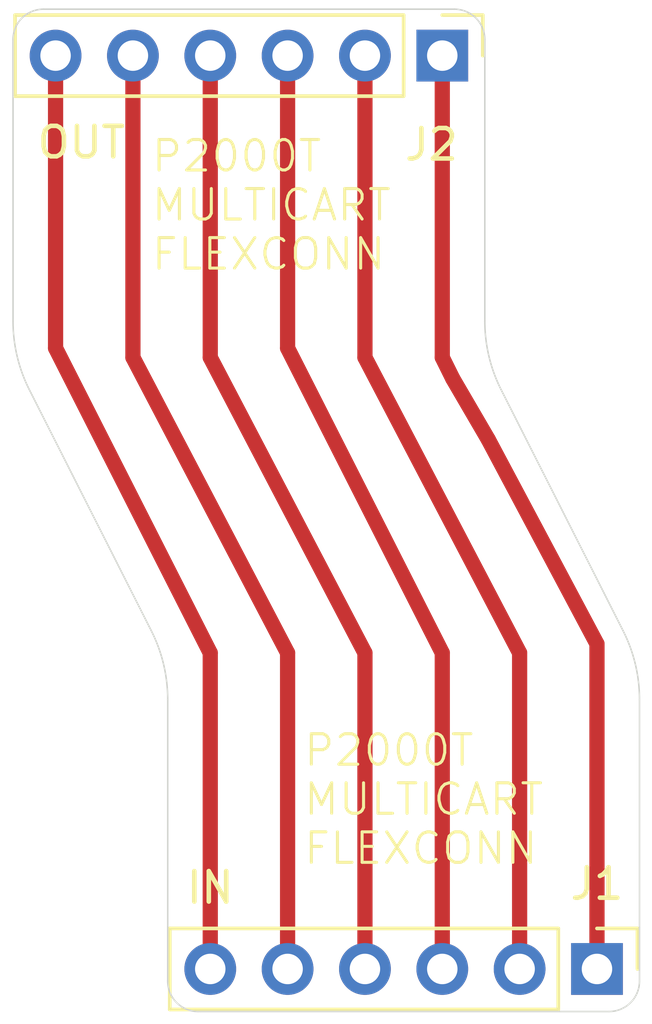
<source format=kicad_pcb>
(kicad_pcb (version 20240108) (generator "pcbnew") (generator_version "8.0")
  (layers (0 "F.Cu" signal) (31 "B.Cu" signal) (34 "B.Paste" user) (35 "F.Paste" user) (36 "B.SilkS" user "B.Silkscreen") (37 "F.SilkS" user "F.Silkscreen") (38 "B.Mask" user) (39 "F.Mask" user) (44 "Edge.Cuts" user))
  (net 0 "")
  (net 1 "Net-(J1-Pin_3)")
  (net 2 "Net-(J1-Pin_5)")
  (net 3 "Net-(J1-Pin_2)")
  (net 4 "Net-(J1-Pin_4)")
  (net 5 "Net-(J1-Pin_6)")
  (net 6 "Net-(J1-Pin_1)")
  (footprint "Connector_PinHeader_2.54mm:PinHeader_1x06_P2.54mm_Vertical" (layer "F.Cu") (at 38.354 25.4 -90)
    (property "Reference" "J2" (at 2.921 0.354 180) (layer "F.SilkS"))
    (property "Value" "OUT" (at 2.85 11.854 180) (layer "F.SilkS"))
    (fp_line (start -1.33 14.03) (end 1.33 14.03) (stroke (width 0.12)) (layer "F.SilkS"))
    (fp_line (start -1.33 1.27) (end -1.33 14.03) (stroke (width 0.12)) (layer "F.SilkS"))
    (fp_line (start -1.33 1.27) (end 1.33 1.27) (stroke (width 0.12)) (layer "F.SilkS"))
    (fp_line (start 1.33 1.27) (end 1.33 14.03) (stroke (width 0.12)) (layer "F.SilkS"))
    (fp_line (start -1.33 0) (end -1.33 -1.33) (stroke (width 0.12)) (layer "F.SilkS"))
    (fp_line (start -1.33 -1.33) (end 0 -1.33) (stroke (width 0.12)) (layer "F.SilkS"))
    (pad "1" thru_hole rect (at 0 0 270) (size 1.7 1.7) (drill 1) (layers "*.Cu" "*.Mask") (net 6 "Net-(J1-Pin_1)"))
    (pad "2" thru_hole oval (at 0 2.54 270) (size 1.7 1.7) (drill 1) (layers "*.Cu" "*.Mask") (net 3 "Net-(J1-Pin_2)"))
    (pad "3" thru_hole oval (at 0 5.08 270) (size 1.7 1.7) (drill 1) (layers "*.Cu" "*.Mask") (net 1 "Net-(J1-Pin_3)"))
    (pad "4" thru_hole oval (at 0 7.62 270) (size 1.7 1.7) (drill 1) (layers "*.Cu" "*.Mask") (net 4 "Net-(J1-Pin_4)"))
    (pad "5" thru_hole oval (at 0 10.16 270) (size 1.7 1.7) (drill 1) (layers "*.Cu" "*.Mask") (net 2 "Net-(J1-Pin_5)"))
    (pad "6" thru_hole oval (at 0 12.7 270) (size 1.7 1.7) (drill 1) (layers "*.Cu" "*.Mask") (net 5 "Net-(J1-Pin_6)"))
  )
  (footprint "Connector_PinHeader_2.54mm:PinHeader_1x06_P2.54mm_Vertical" (layer "F.Cu") (at 43.434 55.372 -90)
    (property "Reference" "J1" (at -2.794 0 180) (layer "F.SilkS"))
    (property "Value" "IN" (at -2.667 12.7 180) (layer "F.SilkS"))
    (fp_line (start -1.33 14.03) (end 1.33 14.03) (stroke (width 0.12)) (layer "F.SilkS"))
    (fp_line (start -1.33 1.27) (end -1.33 14.03) (stroke (width 0.12)) (layer "F.SilkS"))
    (fp_line (start -1.33 1.27) (end 1.33 1.27) (stroke (width 0.12)) (layer "F.SilkS"))
    (fp_line (start 1.33 1.27) (end 1.33 14.03) (stroke (width 0.12)) (layer "F.SilkS"))
    (fp_line (start -1.33 0) (end -1.33 -1.33) (stroke (width 0.12)) (layer "F.SilkS"))
    (fp_line (start -1.33 -1.33) (end 0 -1.33) (stroke (width 0.12)) (layer "F.SilkS"))
    (pad "1" thru_hole rect (at 0 0 270) (size 1.7 1.7) (drill 1) (layers "*.Cu" "*.Mask") (net 6 "Net-(J1-Pin_1)"))
    (pad "2" thru_hole oval (at 0 2.54 270) (size 1.7 1.7) (drill 1) (layers "*.Cu" "*.Mask") (net 3 "Net-(J1-Pin_2)"))
    (pad "3" thru_hole oval (at 0 5.08 270) (size 1.7 1.7) (drill 1) (layers "*.Cu" "*.Mask") (net 1 "Net-(J1-Pin_3)"))
    (pad "4" thru_hole oval (at 0 7.62 270) (size 1.7 1.7) (drill 1) (layers "*.Cu" "*.Mask") (net 4 "Net-(J1-Pin_4)"))
    (pad "5" thru_hole oval (at 0 10.16 270) (size 1.7 1.7) (drill 1) (layers "*.Cu" "*.Mask") (net 2 "Net-(J1-Pin_5)"))
    (pad "6" thru_hole oval (at 0 12.7 270) (size 1.7 1.7) (drill 1) (layers "*.Cu" "*.Mask") (net 5 "Net-(J1-Pin_6)"))
  )
  (gr_arc (start 44.291786 44.274052) (mid 44.694334 45.371628) (end 44.831 46.532678) (stroke (width 0.05)) (layer "Edge.Cuts"))
  (gr_arc (start 24.796214 36.370948) (mid 24.393666 35.273372) (end 24.257 34.112322) (stroke (width 0.05)) (layer "Edge.Cuts"))
  (gr_line (start 24.257 34.112322) (end 24.257 24.876) (stroke (width 0.05)) (layer "Edge.Cuts"))
  (gr_arc (start 38.751 23.876) (mid 39.458107 24.168893) (end 39.751 24.876) (stroke (width 0.05)) (layer "Edge.Cuts"))
  (gr_arc (start 24.257 24.876) (mid 24.549893 24.168893) (end 25.257 23.876) (stroke (width 0.05)) (layer "Edge.Cuts"))
  (gr_line (start 44.831 55.769) (end 44.831 46.532678) (stroke (width 0.05)) (layer "Edge.Cuts"))
  (gr_arc (start 30.337 56.769) (mid 29.629893 56.476107) (end 29.337 55.769) (stroke (width 0.05)) (layer "Edge.Cuts"))
  (gr_line (start 25.257 23.876) (end 38.751 23.876) (stroke (width 0.05)) (layer "Edge.Cuts"))
  (gr_line (start 28.797786 44.274052) (end 24.796214 36.370948) (stroke (width 0.05)) (layer "Edge.Cuts"))
  (gr_arc (start 28.797786 44.274052) (mid 29.200334 45.371628) (end 29.337 46.532678) (stroke (width 0.05)) (layer "Edge.Cuts"))
  (gr_arc (start 44.831 55.769) (mid 44.538107 56.476107) (end 43.831 56.769) (stroke (width 0.05)) (layer "Edge.Cuts"))
  (gr_line (start 30.337 56.769) (end 43.831 56.769) (stroke (width 0.05)) (layer "Edge.Cuts"))
  (gr_arc (start 40.290214 36.370948) (mid 39.887666 35.273372) (end 39.751 34.112322) (stroke (width 0.05)) (layer "Edge.Cuts"))
  (gr_line (start 29.337 55.769) (end 29.337 46.532678) (stroke (width 0.05)) (layer "Edge.Cuts"))
  (gr_line (start 39.751 34.112322) (end 39.751 24.876) (stroke (width 0.05)) (layer "Edge.Cuts"))
  (gr_line (start 40.290214 36.370948) (end 44.291786 44.274052) (stroke (width 0.05)) (layer "Edge.Cuts"))
  (gr_text "P2000T\nMULTICART\nFLEXCONN" (at 28.75 32.5 0) (layer "F.SilkS") (effects (font (size 1 1) (thickness 0.1)) (justify left bottom)))
  (gr_text "P2000T\nMULTICART\nFLEXCONN" (at 33.75 52 0) (layer "F.SilkS") (effects (font (size 1 1) (thickness 0.1)) (justify left bottom)))
  (segment (start 33.274 35) (end 38.354 45) (width 0.5) (layer "F.Cu") (net 1))
  (segment (start 38.354 45) (end 38.354 55.372) (width 0.5) (layer "F.Cu") (net 1))
  (segment (start 33.274 25.4) (end 33.274 35) (width 0.5) (layer "F.Cu") (net 1))
  (segment (start 28.194 35.306) (end 28.194 25.4) (width 0.5) (layer "F.Cu") (net 2))
  (segment (start 33.274 55.372) (end 33.274 45) (width 0.5) (layer "F.Cu") (net 2))
  (segment (start 33.274 45) (end 28.194 35.306) (width 0.5) (layer "F.Cu") (net 2))
  (segment (start 35.814 25.4) (end 35.814 35.306) (width 0.5) (layer "F.Cu") (net 3))
  (segment (start 35.814 35.306) (end 40.894 45) (width 0.5) (layer "F.Cu") (net 3))
  (segment (start 40.894 45) (end 40.894 55.372) (width 0.5) (layer "F.Cu") (net 3))
  (segment (start 35.814 45) (end 30.734 35.306) (width 0.5) (layer "F.Cu") (net 4))
  (segment (start 35.814 55.372) (end 35.814 45) (width 0.5) (layer "F.Cu") (net 4))
  (segment (start 30.734 35.306) (end 30.734 25.4) (width 0.5) (layer "F.Cu") (net 4))
  (segment (start 25.654 25.4) (end 25.654 35) (width 0.5) (layer "F.Cu") (net 5))
  (segment (start 25.654 35) (end 30.734 45) (width 0.5) (layer "F.Cu") (net 5))
  (segment (start 30.734 45) (end 30.734 55.372) (width 0.5) (layer "F.Cu") (net 5))
  (segment (start 39.865 38) (end 38.698221 36) (width 0.5) (layer "F.Cu") (net 6))
  (segment (start 38.698221 36) (end 38.354 35.306) (width 0.5) (layer "F.Cu") (net 6))
  (segment (start 38.354 35.306) (end 38.354 25.4) (width 0.5) (layer "F.Cu") (net 6))
  (segment (start 43.434 55.372) (end 43.434 44.704) (width 0.5) (layer "F.Cu") (net 6))
  (segment (start 43.434 44.704) (end 39.865 38) (width 0.5) (layer "F.Cu") (net 6))
)
</source>
